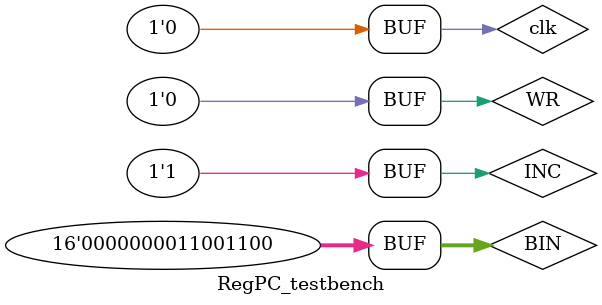
<source format=v>
`timescale 1us/10ns
module RegPC_testbench();

	reg clk; 
	reg WR;
	reg INC;
	reg [15:0] BIN;
	wire [15:0] IMADDR;
	
	PC_register PC_register1(BIN,clk,WR,INC,IMADDR);
	
	always // CLOCK
		begin
			clk = 1; #50; clk = 0; #50;
		end
	
	initial begin
		#50;
		WR=1'b1; INC =1'b0; BIN = 16'h00FF; #100; // WRITE to PC
		WR=1'b0; INC =1'b0; BIN = 16'hFFFF; #100; 
		WR=1'b0; INC =1'b1; BIN = 16'h00CC; #100; // Increment PC
		WR=1'b1; INC =1'b0; BIN = 16'hFFFF; #100; // WRITE to PC 1111111111111111
		WR=1'b0; INC =1'b1; BIN = 16'h00CC; #100; // Increment PC to see overflow
	end

endmodule
</source>
